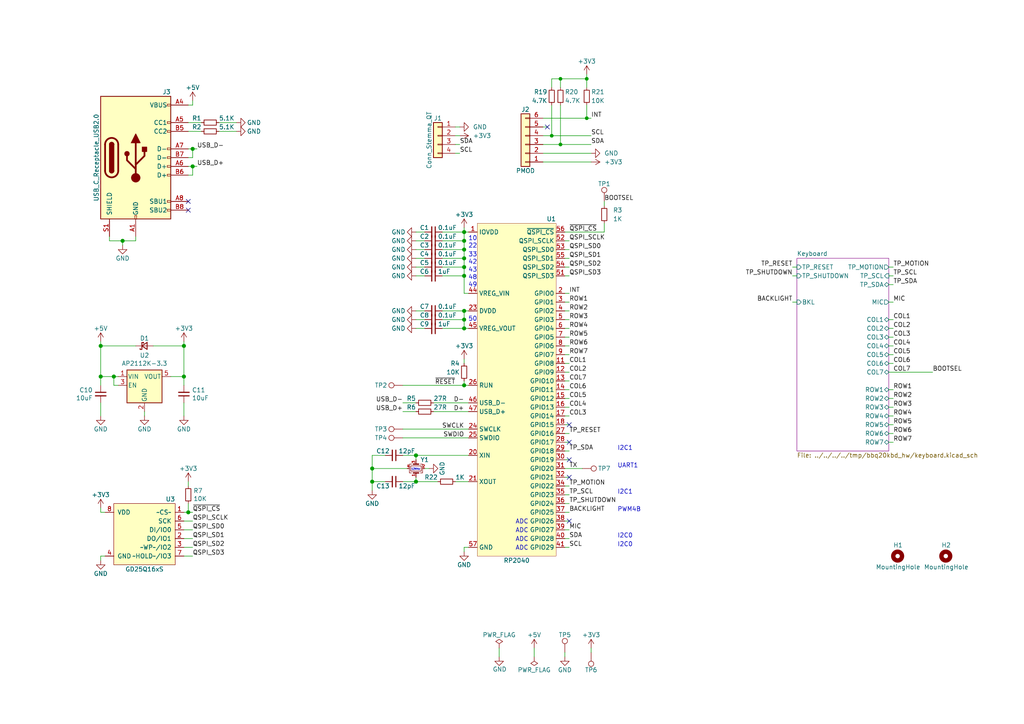
<source format=kicad_sch>
(kicad_sch (version 20230121) (generator eeschema)
  (paper "A4")
  (lib_symbols
    (symbol "Connector:TestPoint" (pin_numbers hide) (pin_names (offset 0.762) hide)
      (property "Reference" "TP" (at 0 6.858 0))
      (property "Value" "TestPoint" (at 0 5.08 0))
      (symbol "TestPoint_0_1"
        (circle (center 0 3.302) (radius 0.762))
      )
      (symbol "TestPoint_1_1"
        (pin passive line (at 0 0 90) (length 2.54) (name "1") (number "1"))
      )
    )
    (symbol "Connector:USB_C_Receptacle_USB2.0" (pin_names (offset 1.016))
      (property "Reference" "J" (at -10.16 19.05 0))
      (property "Value" "USB_C_Receptacle_USB2.0" (at 19.05 19.05 0))
      (symbol "USB_C_Receptacle_USB2.0_0_0"
        (rectangle (start -0.254 -17.78) (end 0.254 -16.764))
        (rectangle (start 10.16 -14.986) (end 9.144 -15.494))
        (rectangle (start 10.16 -12.446) (end 9.144 -12.954))
        (rectangle (start 10.16 -4.826) (end 9.144 -5.334))
        (rectangle (start 10.16 -2.286) (end 9.144 -2.794))
        (rectangle (start 10.16 0.254) (end 9.144 -0.254))
        (rectangle (start 10.16 2.794) (end 9.144 2.286))
        (rectangle (start 10.16 7.874) (end 9.144 7.366))
        (rectangle (start 10.16 10.414) (end 9.144 9.906))
        (rectangle (start 10.16 15.494) (end 9.144 14.986))
      )
      (symbol "USB_C_Receptacle_USB2.0_0_1"
        (rectangle (start -10.16 17.78) (end 10.16 -17.78) (stroke (width 0.254)) (fill (type background)))
        (arc (start -8.89 -3.81) (mid -6.985 -5.7067) (end -5.08 -3.81) (stroke (width 0.508)))
        (arc (start -7.62 -3.81) (mid -6.985 -4.4423) (end -6.35 -3.81) (stroke (width 0.254)))
        (arc (start -7.62 -3.81) (mid -6.985 -4.4423) (end -6.35 -3.81) (stroke (width 0.254)) (fill (type outline)))
        (rectangle (start -7.62 -3.81) (end -6.35 3.81) (stroke (width 0.254)) (fill (type outline)))
        (arc (start -6.35 3.81) (mid -6.985 4.4423) (end -7.62 3.81) (stroke (width 0.254)))
        (arc (start -6.35 3.81) (mid -6.985 4.4423) (end -7.62 3.81) (stroke (width 0.254)) (fill (type outline)))
        (arc (start -5.08 3.81) (mid -6.985 5.7067) (end -8.89 3.81) (stroke (width 0.508)))
        (circle (center -2.54 1.143) (radius 0.635) (stroke (width 0.254)) (fill (type outline)))
        (circle (center 0 -5.842) (radius 1.27) (fill (type outline)))
        (polyline (pts (xy -8.89 -3.81) (xy -8.89 3.81)) (stroke (width 0.508)))
        (polyline (pts (xy -5.08 3.81) (xy -5.08 -3.81)) (stroke (width 0.508)))
        (polyline (pts (xy 0 -5.842) (xy 0 4.318)) (stroke (width 0.508)))
        (polyline (pts (xy 0 -3.302) (xy -2.54 -0.762) (xy -2.54 0.508)) (stroke (width 0.508)))
        (polyline (pts (xy 0 -2.032) (xy 2.54 0.508) (xy 2.54 1.778)) (stroke (width 0.508)))
        (polyline (pts (xy -1.27 4.318) (xy 0 6.858) (xy 1.27 4.318) (xy -1.27 4.318)) (stroke (width 0.254)) (fill (type outline)))
        (rectangle (start 1.905 1.778) (end 3.175 3.048) (stroke (width 0.254)) (fill (type outline)))
      )
      (symbol "USB_C_Receptacle_USB2.0_1_1"
        (pin passive line (at 0 -22.86 90) (length 5.08) (name "GND") (number "A1"))
        (pin passive line (at 0 -22.86 90) (length 5.08) hide (name "GND") (number "A12"))
        (pin passive line (at 15.24 15.24 180) (length 5.08) (name "VBUS") (number "A4"))
        (pin bidirectional line (at 15.24 10.16 180) (length 5.08) (name "CC1") (number "A5"))
        (pin bidirectional line (at 15.24 -2.54 180) (length 5.08) (name "D+") (number "A6"))
        (pin bidirectional line (at 15.24 2.54 180) (length 5.08) (name "D-") (number "A7"))
        (pin bidirectional line (at 15.24 -12.7 180) (length 5.08) (name "SBU1") (number "A8"))
        (pin passive line (at 15.24 15.24 180) (length 5.08) hide (name "VBUS") (number "A9"))
        (pin passive line (at 0 -22.86 90) (length 5.08) hide (name "GND") (number "B1"))
        (pin passive line (at 0 -22.86 90) (length 5.08) hide (name "GND") (number "B12"))
        (pin passive line (at 15.24 15.24 180) (length 5.08) hide (name "VBUS") (number "B4"))
        (pin bidirectional line (at 15.24 7.62 180) (length 5.08) (name "CC2") (number "B5"))
        (pin bidirectional line (at 15.24 -5.08 180) (length 5.08) (name "D+") (number "B6"))
        (pin bidirectional line (at 15.24 0 180) (length 5.08) (name "D-") (number "B7"))
        (pin bidirectional line (at 15.24 -15.24 180) (length 5.08) (name "SBU2") (number "B8"))
        (pin passive line (at 15.24 15.24 180) (length 5.08) hide (name "VBUS") (number "B9"))
        (pin passive line (at -7.62 -22.86 90) (length 5.08) (name "SHIELD") (number "S1"))
      )
    )
    (symbol "Connector_Generic:Conn_01x04" (pin_names (offset 1.016) hide)
      (property "Reference" "J" (at 0 5.08 0))
      (property "Value" "Conn_01x04" (at 0 -7.62 0))
      (symbol "Conn_01x04_1_1"
        (rectangle (start -1.27 -4.953) (end 0 -5.207) (stroke (width 0.1524)))
        (rectangle (start -1.27 -2.413) (end 0 -2.667) (stroke (width 0.1524)))
        (rectangle (start -1.27 0.127) (end 0 -0.127) (stroke (width 0.1524)))
        (rectangle (start -1.27 2.667) (end 0 2.413) (stroke (width 0.1524)))
        (rectangle (start -1.27 3.81) (end 1.27 -6.35) (stroke (width 0.254)) (fill (type background)))
        (pin passive line (at -5.08 2.54 0) (length 3.81) (name "Pin_1") (number "1"))
        (pin passive line (at -5.08 0 0) (length 3.81) (name "Pin_2") (number "2"))
        (pin passive line (at -5.08 -2.54 0) (length 3.81) (name "Pin_3") (number "3"))
        (pin passive line (at -5.08 -5.08 0) (length 3.81) (name "Pin_4") (number "4"))
      )
    )
    (symbol "Connector_Generic:Conn_01x06" (pin_names (offset 1.016) hide)
      (property "Reference" "J" (at 0 7.62 0))
      (property "Value" "Conn_01x06" (at 0 -10.16 0))
      (symbol "Conn_01x06_1_1"
        (rectangle (start -1.27 -7.493) (end 0 -7.747) (stroke (width 0.1524)))
        (rectangle (start -1.27 -4.953) (end 0 -5.207) (stroke (width 0.1524)))
        (rectangle (start -1.27 -2.413) (end 0 -2.667) (stroke (width 0.1524)))
        (rectangle (start -1.27 0.127) (end 0 -0.127) (stroke (width 0.1524)))
        (rectangle (start -1.27 2.667) (end 0 2.413) (stroke (width 0.1524)))
        (rectangle (start -1.27 5.207) (end 0 4.953) (stroke (width 0.1524)))
        (rectangle (start -1.27 6.35) (end 1.27 -8.89) (stroke (width 0.254)) (fill (type background)))
        (pin passive line (at -5.08 5.08 0) (length 3.81) (name "Pin_1") (number "1"))
        (pin passive line (at -5.08 2.54 0) (length 3.81) (name "Pin_2") (number "2"))
        (pin passive line (at -5.08 0 0) (length 3.81) (name "Pin_3") (number "3"))
        (pin passive line (at -5.08 -2.54 0) (length 3.81) (name "Pin_4") (number "4"))
        (pin passive line (at -5.08 -5.08 0) (length 3.81) (name "Pin_5") (number "5"))
        (pin passive line (at -5.08 -7.62 0) (length 3.81) (name "Pin_6") (number "6"))
      )
    )
    (symbol "Device:C_Small" (pin_numbers hide) (pin_names (offset 0.254) hide)
      (property "Reference" "C" (at 0.254 1.778 0))
      (property "Value" "C_Small" (at 0.254 -2.032 0))
      (symbol "C_Small_0_1"
        (polyline (pts (xy -1.524 -0.508) (xy 1.524 -0.508)) (stroke (width 0.3302)))
        (polyline (pts (xy -1.524 0.508) (xy 1.524 0.508)) (stroke (width 0.3048)))
      )
      (symbol "C_Small_1_1"
        (pin passive line (at 0 2.54 270) (length 2.032) (name "~") (number "1"))
        (pin passive line (at 0 -2.54 90) (length 2.032) (name "~") (number "2"))
      )
    )
    (symbol "Device:Crystal_GND24_Small" (pin_names (offset 1.016) hide)
      (property "Reference" "Y" (at 1.27 4.445 0))
      (property "Value" "Crystal_GND24_Small" (at 1.27 2.54 0))
      (symbol "Crystal_GND24_Small_0_1"
        (rectangle (start -0.762 -1.524) (end 0.762 1.524))
        (polyline (pts (xy -1.27 -0.762) (xy -1.27 0.762)) (stroke (width 0.381)))
        (polyline (pts (xy 1.27 -0.762) (xy 1.27 0.762)) (stroke (width 0.381)))
        (polyline (pts (xy -1.27 -1.27) (xy -1.27 -1.905) (xy 1.27 -1.905) (xy 1.27 -1.27)))
        (polyline (pts (xy -1.27 1.27) (xy -1.27 1.905) (xy 1.27 1.905) (xy 1.27 1.27)))
      )
      (symbol "Crystal_GND24_Small_1_1"
        (pin passive line (at -2.54 0 0) (length 1.27) (name "1") (number "1"))
        (pin passive line (at 0 -2.54 90) (length 0.635) (name "2") (number "2"))
        (pin passive line (at 2.54 0 180) (length 1.27) (name "3") (number "3"))
        (pin passive line (at 0 2.54 270) (length 0.635) (name "4") (number "4"))
      )
    )
    (symbol "Device:D_Schottky_Small" (pin_numbers hide) (pin_names (offset 0.254) hide)
      (property "Reference" "D" (at -1.27 2.032 0))
      (property "Value" "D_Schottky_Small" (at -7.112 -2.032 0))
      (symbol "D_Schottky_Small_0_1"
        (polyline (pts (xy -0.762 0) (xy 0.762 0)))
        (polyline (pts (xy 0.762 -1.016) (xy -0.762 0) (xy 0.762 1.016) (xy 0.762 -1.016)) (stroke (width 0.254)))
        (polyline (pts (xy -1.27 0.762) (xy -1.27 1.016) (xy -0.762 1.016) (xy -0.762 -1.016) (xy -0.254 -1.016) (xy -0.254 -0.762)) (stroke (width 0.254)))
      )
      (symbol "D_Schottky_Small_1_1"
        (pin passive line (at -2.54 0 0) (length 1.778) (name "K") (number "1"))
        (pin passive line (at 2.54 0 180) (length 1.778) (name "A") (number "2"))
      )
    )
    (symbol "Device:R_Small" (pin_numbers hide) (pin_names (offset 0.254) hide)
      (property "Reference" "R" (at 0.762 0.508 0))
      (property "Value" "R_Small" (at 0.762 -1.016 0))
      (symbol "R_Small_0_1"
        (rectangle (start -0.762 1.778) (end 0.762 -1.778) (stroke (width 0.2032)))
      )
      (symbol "R_Small_1_1"
        (pin passive line (at 0 2.54 270) (length 0.762) (name "~") (number "1"))
        (pin passive line (at 0 -2.54 90) (length 0.762) (name "~") (number "2"))
      )
    )
    (symbol "MCU_RaspberryPi:RP2040"
      (property "Reference" "U" (at 11.43 1.27 0))
      (property "Value" "RP2040" (at 0 -97.79 0))
      (symbol "RP2040_0_0"
        (pin power_in line (at -13.97 -2.54 0) (length 2.54) (name "IOVDD") (number "1"))
        (pin passive line (at -13.97 -2.54 0) (length 2.54) hide (name "IOVDD") (number "10"))
        (pin bidirectional line (at 13.97 -40.64 180) (length 2.54) (name "GPIO8") (number "11"))
        (pin bidirectional line (at 13.97 -20.32 180) (length 2.54) (name "GPIO0") (number "2"))
        (pin bidirectional line (at 13.97 -22.86 180) (length 2.54) (name "GPIO1") (number "3"))
        (pin bidirectional line (at 13.97 -25.4 180) (length 2.54) (name "GPIO2") (number "4"))
        (pin bidirectional line (at 13.97 -27.94 180) (length 2.54) (name "GPIO3") (number "5"))
        (pin bidirectional line (at 13.97 -30.48 180) (length 2.54) (name "GPIO4") (number "6"))
        (pin bidirectional line (at 13.97 -33.02 180) (length 2.54) (name "GPIO5") (number "7"))
        (pin bidirectional line (at 13.97 -35.56 180) (length 2.54) (name "GPIO6") (number "8"))
        (pin bidirectional line (at 13.97 -38.1 180) (length 2.54) (name "GPIO7") (number "9"))
      )
      (symbol "RP2040_0_1"
        (rectangle (start -11.43 0) (end 11.43 -96.52) (stroke (width 0.001)) (fill (type background)))
      )
      (symbol "RP2040_1_1"
        (pin bidirectional line (at 13.97 -43.18 180) (length 2.54) (name "GPIO9") (number "12"))
        (pin bidirectional line (at 13.97 -45.72 180) (length 2.54) (name "GPIO10") (number "13"))
        (pin bidirectional line (at 13.97 -48.26 180) (length 2.54) (name "GPIO11") (number "14"))
        (pin bidirectional line (at 13.97 -50.8 180) (length 2.54) (name "GPIO12") (number "15"))
        (pin bidirectional line (at 13.97 -53.34 180) (length 2.54) (name "GPIO13") (number "16"))
        (pin bidirectional line (at 13.97 -55.88 180) (length 2.54) (name "GPIO14") (number "17"))
        (pin bidirectional line (at 13.97 -58.42 180) (length 2.54) (name "GPIO15") (number "18"))
        (pin passive line (at -13.97 -93.98 0) (length 2.54) hide (name "TESTEN") (number "19"))
        (pin input line (at -13.97 -67.31 0) (length 2.54) (name "XIN") (number "20"))
        (pin output line (at -13.97 -74.93 0) (length 2.54) (name "XOUT") (number "21"))
        (pin passive line (at -13.97 -2.54 0) (length 2.54) hide (name "IOVDD") (number "22"))
        (pin power_in line (at -13.97 -25.4 0) (length 2.54) (name "DVDD") (number "23"))
        (pin input line (at -13.97 -59.69 0) (length 2.54) (name "SWCLK") (number "24"))
        (pin bidirectional line (at -13.97 -62.23 0) (length 2.54) (name "SWDIO") (number "25"))
        (pin input line (at -13.97 -46.99 0) (length 2.54) (name "RUN") (number "26"))
        (pin bidirectional line (at 13.97 -60.96 180) (length 2.54) (name "GPIO16") (number "27"))
        (pin bidirectional line (at 13.97 -63.5 180) (length 2.54) (name "GPIO17") (number "28"))
        (pin bidirectional line (at 13.97 -66.04 180) (length 2.54) (name "GPIO18") (number "29"))
        (pin bidirectional line (at 13.97 -68.58 180) (length 2.54) (name "GPIO19") (number "30"))
        (pin bidirectional line (at 13.97 -71.12 180) (length 2.54) (name "GPIO20") (number "31"))
        (pin bidirectional line (at 13.97 -73.66 180) (length 2.54) (name "GPIO21") (number "32"))
        (pin passive line (at -13.97 -2.54 0) (length 2.54) hide (name "IOVDD") (number "33"))
        (pin bidirectional line (at 13.97 -76.2 180) (length 2.54) (name "GPIO22") (number "34"))
        (pin bidirectional line (at 13.97 -78.74 180) (length 2.54) (name "GPIO23") (number "35"))
        (pin bidirectional line (at 13.97 -81.28 180) (length 2.54) (name "GPIO24") (number "36"))
        (pin bidirectional line (at 13.97 -83.82 180) (length 2.54) (name "GPIO25") (number "37"))
        (pin bidirectional line (at 13.97 -86.36 180) (length 2.54) (name "GPIO26") (number "38"))
        (pin bidirectional line (at 13.97 -88.9 180) (length 2.54) (name "GPIO27") (number "39"))
        (pin bidirectional line (at 13.97 -91.44 180) (length 2.54) (name "GPIO28") (number "40"))
        (pin bidirectional line (at 13.97 -93.98 180) (length 2.54) (name "GPIO29") (number "41"))
        (pin passive line (at -13.97 -2.54 0) (length 2.54) hide (name "IOVDD") (number "42"))
        (pin passive line (at -13.97 -2.54 0) (length 2.54) hide (name "ADC_AVDD") (number "43"))
        (pin power_in line (at -13.97 -20.32 0) (length 2.54) (name "VREG_VIN") (number "44"))
        (pin power_out line (at -13.97 -30.48 0) (length 2.54) (name "VREG_VOUT") (number "45"))
        (pin bidirectional line (at -13.97 -52.07 0) (length 2.54) (name "USB_D-") (number "46"))
        (pin bidirectional line (at -13.97 -54.61 0) (length 2.54) (name "USB_D+") (number "47"))
        (pin passive line (at -13.97 -2.54 0) (length 2.54) hide (name "USB_VDD") (number "48"))
        (pin passive line (at -13.97 -2.54 0) (length 2.54) hide (name "IOVDD") (number "49"))
        (pin passive line (at -13.97 -25.4 0) (length 2.54) hide (name "DVDD") (number "50"))
        (pin bidirectional line (at 13.97 -15.24 180) (length 2.54) (name "QSPI_SD3") (number "51"))
        (pin output line (at 13.97 -5.08 180) (length 2.54) (name "QSPI_SCLK") (number "52"))
        (pin bidirectional line (at 13.97 -7.62 180) (length 2.54) (name "QSPI_SD0") (number "53"))
        (pin bidirectional line (at 13.97 -12.7 180) (length 2.54) (name "QSPI_SD2") (number "54"))
        (pin bidirectional line (at 13.97 -10.16 180) (length 2.54) (name "QSPI_SD1") (number "55"))
        (pin input line (at 13.97 -2.54 180) (length 2.54) (name "~{QSPI_CS}") (number "56"))
        (pin power_in line (at -13.97 -93.98 0) (length 2.54) (name "GND") (number "57"))
      )
    )
    (symbol "Mechanical:MountingHole" (pin_names (offset 1.016))
      (property "Reference" "H" (at 0 5.08 0))
      (property "Value" "MountingHole" (at 0 3.175 0))
      (symbol "MountingHole_0_1"
        (circle (center 0 0) (radius 1.27) (stroke (width 1.27)))
      )
    )
    (symbol "Memory_Flash_Extra:W25Q64JV" (pin_names (offset 1.016))
      (property "Reference" "U" (at 8.89 10.16 0))
      (property "Value" "W25Q64JV" (at 0 -10.16 0))
      (symbol "W25Q64JV_0_1"
        (rectangle (start -8.89 8.89) (end 8.89 -8.89) (fill (type background)))
      )
      (symbol "W25Q64JV_1_1"
        (pin input line (at 11.43 6.35 180) (length 2.54) (name "~CS~") (number "1"))
        (pin bidirectional line (at 11.43 -1.27 180) (length 2.54) (name "DO/IO1") (number "2"))
        (pin bidirectional line (at 11.43 -3.81 180) (length 2.54) (name "~WP~/IO2") (number "3"))
        (pin power_in line (at -11.43 -6.35 0) (length 2.54) (name "GND") (number "4"))
        (pin bidirectional line (at 11.43 1.27 180) (length 2.54) (name "DI/IO0") (number "5"))
        (pin input line (at 11.43 3.81 180) (length 2.54) (name "SCK") (number "6"))
        (pin bidirectional line (at 11.43 -6.35 180) (length 2.54) (name "~HOLD~/IO3") (number "7"))
        (pin power_in line (at -11.43 6.35 0) (length 2.54) (name "VDD") (number "8"))
        (pin passive line (at -11.43 -6.35 0) (length 2.54) hide (name "GND") (number "9"))
      )
    )
    (symbol "Regulator_Linear:AP2112K-3.3" (pin_names (offset 0.254))
      (property "Reference" "U" (at -5.08 5.715 0))
      (property "Value" "AP2112K-3.3" (at 0 5.715 0))
      (symbol "AP2112K-3.3_0_1"
        (rectangle (start -5.08 4.445) (end 5.08 -5.08) (stroke (width 0.254)) (fill (type background)))
      )
      (symbol "AP2112K-3.3_1_1"
        (pin power_in line (at -7.62 2.54 0) (length 2.54) (name "VIN") (number "1"))
        (pin power_in line (at 0 -7.62 90) (length 2.54) (name "GND") (number "2"))
        (pin input line (at -7.62 0 0) (length 2.54) (name "EN") (number "3"))
        (pin no_connect line (at 5.08 0 180) (length 2.54) hide (name "NC") (number "4"))
        (pin power_out line (at 7.62 2.54 180) (length 2.54) (name "VOUT") (number "5"))
      )
    )
    (symbol "power:+3.3V" (power) (pin_names (offset 0))
      (property "Value" "+3.3V" (at 0 3.556 0))
      (symbol "+3.3V_0_1"
        (polyline (pts (xy -0.762 1.27) (xy 0 2.54)))
        (polyline (pts (xy 0 0) (xy 0 2.54)))
        (polyline (pts (xy 0 2.54) (xy 0.762 1.27)))
      )
      (symbol "+3.3V_1_1"
        (pin power_in line (at 0 0 90) (length 0) hide (name "+3V3") (number "1"))
      )
    )
    (symbol "power:+3V3" (power) (pin_names (offset 0))
      (property "Value" "+3V3" (at 0 3.556 0))
      (symbol "+3V3_0_1"
        (polyline (pts (xy -0.762 1.27) (xy 0 2.54)))
        (polyline (pts (xy 0 0) (xy 0 2.54)))
        (polyline (pts (xy 0 2.54) (xy 0.762 1.27)))
      )
      (symbol "+3V3_1_1"
        (pin power_in line (at 0 0 90) (length 0) hide (name "+3V3") (number "1"))
      )
    )
    (symbol "power:+5V" (power) (pin_names (offset 0))
      (property "Value" "+5V" (at 0 3.556 0))
      (symbol "+5V_0_1"
        (polyline (pts (xy -0.762 1.27) (xy 0 2.54)))
        (polyline (pts (xy 0 0) (xy 0 2.54)))
        (polyline (pts (xy 0 2.54) (xy 0.762 1.27)))
      )
      (symbol "+5V_1_1"
        (pin power_in line (at 0 0 90) (length 0) hide (name "+5V") (number "1"))
      )
    )
    (symbol "power:GND" (power) (pin_names (offset 0))
      (property "Value" "GND" (at 0 -3.81 0))
      (symbol "GND_0_1"
        (polyline (pts (xy 0 0) (xy 0 -1.27) (xy 1.27 -1.27) (xy 0 -2.54) (xy -1.27 -1.27) (xy 0 -1.27)))
      )
      (symbol "GND_1_1"
        (pin power_in line (at 0 0 270) (length 0) hide (name "GND") (number "1"))
      )
    )
    (symbol "power:PWR_FLAG" (power) (pin_numbers hide) (pin_names (offset 0) hide)
      (property "Value" "PWR_FLAG" (at 0 3.81 0))
      (symbol "PWR_FLAG_0_0"
        (pin power_out line (at 0 0 90) (length 0) (name "pwr") (number "1"))
      )
      (symbol "PWR_FLAG_0_1"
        (polyline (pts (xy 0 0) (xy 0 1.27) (xy -1.016 1.905) (xy 0 2.54) (xy 1.016 1.905) (xy 0 1.27)))
      )
    )
  )
  (junction (at 107.95 139.7) (diameter 1.016))
  (junction (at 134.62 77.47) (diameter 1.016))
  (junction (at 33.02 109.22) (diameter 1.016))
  (junction (at 35.56 69.85) (diameter 1.016))
  (junction (at 170.18 22.86))
  (junction (at 29.21 100.33) (diameter 1.016))
  (junction (at 134.62 80.01) (diameter 1.016))
  (junction (at 134.62 72.39) (diameter 1.016))
  (junction (at 55.88 43.18) (diameter 1.016))
  (junction (at 134.62 67.31) (diameter 1.016))
  (junction (at 134.62 69.85) (diameter 1.016))
  (junction (at 107.95 135.89) (diameter 1.016))
  (junction (at 53.34 109.22) (diameter 1.016))
  (junction (at 54.61 148.59) (diameter 1.016))
  (junction (at 170.18 34.29))
  (junction (at 120.65 132.08) (diameter 1.016))
  (junction (at 134.62 111.76) (diameter 1.016))
  (junction (at 134.62 74.93) (diameter 1.016))
  (junction (at 134.62 95.25) (diameter 1.016))
  (junction (at 162.56 41.91))
  (junction (at 53.34 100.33) (diameter 1.016))
  (junction (at 120.65 139.7) (diameter 1.016))
  (junction (at 55.88 48.26) (diameter 1.016))
  (junction (at 134.62 90.17) (diameter 1.016))
  (junction (at 29.21 109.22) (diameter 1.016))
  (junction (at 160.02 39.37))
  (junction (at 162.56 22.86))
  (junction (at 134.62 92.71) (diameter 1.016))
  (no_connect (at 165.1 128.27))
  (no_connect (at 165.1 133.35))
  (no_connect (at 165.1 138.43))
  (no_connect (at 54.61 60.96))
  (no_connect (at 158.75 36.83))
  (no_connect (at 165.1 123.19))
  (no_connect (at 54.61 58.42))
  (no_connect (at 165.1 151.13))
  (wire (pts (xy 163.83 153.67) (xy 165.1 153.67)))
  (wire (pts (xy 134.62 111.76) (xy 135.89 111.76)))
  (wire (pts (xy 53.34 158.75) (xy 55.88 158.75)))
  (wire (pts (xy 175.26 58.42) (xy 175.26 59.69)))
  (wire (pts (xy 128.27 90.17) (xy 134.62 90.17)))
  (wire (pts (xy 134.62 95.25) (xy 134.62 92.71)))
  (wire (pts (xy 120.65 74.93) (xy 123.19 74.93)))
  (wire (pts (xy 257.81 100.33) (xy 259.08 100.33)))
  (wire (pts (xy 163.83 97.79) (xy 165.1 97.79)))
  (wire (pts (xy 163.83 143.51) (xy 165.1 143.51)))
  (wire (pts (xy 116.84 124.46) (xy 135.89 124.46)))
  (wire (pts (xy 257.81 123.19) (xy 259.08 123.19)))
  (wire (pts (xy 134.62 80.01) (xy 134.62 85.09)))
  (wire (pts (xy 53.34 148.59) (xy 54.61 148.59)))
  (wire (pts (xy 29.21 109.22) (xy 33.02 109.22)))
  (wire (pts (xy 163.83 138.43) (xy 165.1 138.43)))
  (wire (pts (xy 123.19 135.89) (xy 124.46 135.89)))
  (wire (pts (xy 163.83 133.35) (xy 165.1 133.35)))
  (wire (pts (xy 163.83 90.17) (xy 165.1 90.17)))
  (wire (pts (xy 39.37 68.58) (xy 39.37 69.85)))
  (wire (pts (xy 170.18 30.48) (xy 170.18 34.29)))
  (wire (pts (xy 163.83 156.21) (xy 165.1 156.21)))
  (wire (pts (xy 163.83 151.13) (xy 165.1 151.13)))
  (wire (pts (xy 257.81 80.01) (xy 259.08 80.01)))
  (wire (pts (xy 163.83 130.81) (xy 165.1 130.81)))
  (wire (pts (xy 118.11 135.89) (xy 107.95 135.89)))
  (wire (pts (xy 120.65 139.7) (xy 127 139.7)))
  (wire (pts (xy 35.56 69.85) (xy 31.75 69.85)))
  (wire (pts (xy 134.62 104.14) (xy 134.62 105.41)))
  (wire (pts (xy 257.81 125.73) (xy 259.08 125.73)))
  (wire (pts (xy 53.34 116.84) (xy 53.34 120.65)))
  (wire (pts (xy 157.48 41.91) (xy 162.56 41.91)))
  (wire (pts (xy 162.56 41.91) (xy 171.45 41.91)))
  (wire (pts (xy 134.62 67.31) (xy 135.89 67.31)))
  (wire (pts (xy 229.87 80.01) (xy 231.14 80.01)))
  (wire (pts (xy 128.27 67.31) (xy 134.62 67.31)))
  (wire (pts (xy 120.65 80.01) (xy 123.19 80.01)))
  (wire (pts (xy 163.83 189.23) (xy 163.83 190.5)))
  (wire (pts (xy 162.56 22.86) (xy 170.18 22.86)))
  (wire (pts (xy 54.61 48.26) (xy 55.88 48.26)))
  (wire (pts (xy 134.62 158.75) (xy 134.62 160.02)))
  (wire (pts (xy 55.88 148.59) (xy 54.61 148.59)))
  (wire (pts (xy 165.1 72.39) (xy 163.83 72.39)))
  (wire (pts (xy 31.75 69.85) (xy 31.75 68.58)))
  (wire (pts (xy 163.83 140.97) (xy 165.1 140.97)))
  (wire (pts (xy 163.83 128.27) (xy 165.1 128.27)))
  (wire (pts (xy 171.45 187.96) (xy 171.45 189.23)))
  (wire (pts (xy 120.65 95.25) (xy 123.19 95.25)))
  (wire (pts (xy 54.61 30.48) (xy 55.88 30.48)))
  (wire (pts (xy 257.81 113.03) (xy 259.08 113.03)))
  (wire (pts (xy 135.89 158.75) (xy 134.62 158.75)))
  (wire (pts (xy 229.87 77.47) (xy 231.14 77.47)))
  (wire (pts (xy 257.81 87.63) (xy 259.08 87.63)))
  (wire (pts (xy 134.62 77.47) (xy 134.62 80.01)))
  (wire (pts (xy 128.27 95.25) (xy 134.62 95.25)))
  (wire (pts (xy 163.83 110.49) (xy 165.1 110.49)))
  (wire (pts (xy 165.1 69.85) (xy 163.83 69.85)))
  (wire (pts (xy 63.5 38.1) (xy 68.58 38.1)))
  (wire (pts (xy 165.1 80.01) (xy 163.83 80.01)))
  (wire (pts (xy 54.61 139.7) (xy 54.61 140.97)))
  (wire (pts (xy 257.81 115.57) (xy 259.08 115.57)))
  (wire (pts (xy 55.88 48.26) (xy 57.15 48.26)))
  (wire (pts (xy 162.56 30.48) (xy 162.56 41.91)))
  (wire (pts (xy 44.45 100.33) (xy 53.34 100.33)))
  (wire (pts (xy 163.83 135.89) (xy 168.91 135.89)))
  (wire (pts (xy 163.83 115.57) (xy 165.1 115.57)))
  (wire (pts (xy 120.65 92.71) (xy 123.19 92.71)))
  (wire (pts (xy 134.62 90.17) (xy 135.89 90.17)))
  (wire (pts (xy 120.65 72.39) (xy 123.19 72.39)))
  (wire (pts (xy 34.29 111.76) (xy 33.02 111.76)))
  (wire (pts (xy 163.83 146.05) (xy 165.1 146.05)))
  (wire (pts (xy 257.81 82.55) (xy 259.08 82.55)))
  (wire (pts (xy 116.84 127) (xy 135.89 127)))
  (wire (pts (xy 157.48 34.29) (xy 170.18 34.29)))
  (wire (pts (xy 170.18 34.29) (xy 171.45 34.29)))
  (wire (pts (xy 170.18 21.59) (xy 170.18 22.86)))
  (wire (pts (xy 170.18 22.86) (xy 170.18 25.4)))
  (wire (pts (xy 29.21 100.33) (xy 29.21 109.22)))
  (wire (pts (xy 120.65 77.47) (xy 123.19 77.47)))
  (wire (pts (xy 257.81 95.25) (xy 259.08 95.25)))
  (wire (pts (xy 120.65 67.31) (xy 123.19 67.31)))
  (wire (pts (xy 53.34 109.22) (xy 53.34 111.76)))
  (wire (pts (xy 55.88 30.48) (xy 55.88 29.21)))
  (wire (pts (xy 163.83 125.73) (xy 165.1 125.73)))
  (wire (pts (xy 120.65 132.08) (xy 135.89 132.08)))
  (wire (pts (xy 128.27 74.93) (xy 134.62 74.93)))
  (wire (pts (xy 120.65 69.85) (xy 123.19 69.85)))
  (wire (pts (xy 107.95 132.08) (xy 107.95 135.89)))
  (wire (pts (xy 55.88 50.8) (xy 55.88 48.26)))
  (wire (pts (xy 53.34 151.13) (xy 55.88 151.13)))
  (wire (pts (xy 128.27 69.85) (xy 134.62 69.85)))
  (wire (pts (xy 125.73 116.84) (xy 135.89 116.84)))
  (wire (pts (xy 135.89 85.09) (xy 134.62 85.09)))
  (wire (pts (xy 257.81 77.47) (xy 259.08 77.47)))
  (wire (pts (xy 30.48 148.59) (xy 29.21 148.59)))
  (wire (pts (xy 163.83 102.87) (xy 165.1 102.87)))
  (wire (pts (xy 116.84 119.38) (xy 120.65 119.38)))
  (wire (pts (xy 53.34 99.06) (xy 53.34 100.33)))
  (wire (pts (xy 53.34 100.33) (xy 53.34 109.22)))
  (wire (pts (xy 132.08 139.7) (xy 135.89 139.7)))
  (wire (pts (xy 29.21 100.33) (xy 29.21 99.06)))
  (wire (pts (xy 39.37 100.33) (xy 29.21 100.33)))
  (wire (pts (xy 29.21 109.22) (xy 29.21 111.76)))
  (wire (pts (xy 128.27 72.39) (xy 134.62 72.39)))
  (wire (pts (xy 165.1 77.47) (xy 163.83 77.47)))
  (wire (pts (xy 157.48 39.37) (xy 160.02 39.37)))
  (wire (pts (xy 160.02 39.37) (xy 171.45 39.37)))
  (wire (pts (xy 257.81 118.11) (xy 259.08 118.11)))
  (wire (pts (xy 134.62 66.04) (xy 134.62 67.31)))
  (wire (pts (xy 257.81 92.71) (xy 259.08 92.71)))
  (wire (pts (xy 116.84 139.7) (xy 120.65 139.7)))
  (wire (pts (xy 54.61 148.59) (xy 54.61 146.05)))
  (wire (pts (xy 163.83 118.11) (xy 165.1 118.11)))
  (wire (pts (xy 128.27 92.71) (xy 134.62 92.71)))
  (wire (pts (xy 163.83 87.63) (xy 165.1 87.63)))
  (wire (pts (xy 144.78 187.96) (xy 144.78 190.5)))
  (wire (pts (xy 120.65 90.17) (xy 123.19 90.17)))
  (wire (pts (xy 163.83 148.59) (xy 165.1 148.59)))
  (wire (pts (xy 132.08 36.83) (xy 133.35 36.83)))
  (wire (pts (xy 157.48 36.83) (xy 158.75 36.83)))
  (wire (pts (xy 134.62 95.25) (xy 135.89 95.25)))
  (wire (pts (xy 54.61 50.8) (xy 55.88 50.8)))
  (wire (pts (xy 165.1 123.19) (xy 163.83 123.19)))
  (wire (pts (xy 163.83 85.09) (xy 165.1 85.09)))
  (wire (pts (xy 107.95 139.7) (xy 107.95 142.24)))
  (wire (pts (xy 120.65 132.08) (xy 120.65 133.35)))
  (wire (pts (xy 53.34 156.21) (xy 55.88 156.21)))
  (wire (pts (xy 29.21 116.84) (xy 29.21 120.65)))
  (wire (pts (xy 163.83 113.03) (xy 165.1 113.03)))
  (wire (pts (xy 116.84 111.76) (xy 134.62 111.76)))
  (wire (pts (xy 49.53 109.22) (xy 53.34 109.22)))
  (wire (pts (xy 55.88 45.72) (xy 55.88 43.18)))
  (wire (pts (xy 163.83 95.25) (xy 165.1 95.25)))
  (wire (pts (xy 29.21 161.29) (xy 29.21 162.56)))
  (wire (pts (xy 39.37 69.85) (xy 35.56 69.85)))
  (wire (pts (xy 163.83 100.33) (xy 165.1 100.33)))
  (wire (pts (xy 120.65 138.43) (xy 120.65 139.7)))
  (wire (pts (xy 54.61 35.56) (xy 58.42 35.56)))
  (wire (pts (xy 132.08 39.37) (xy 133.35 39.37)))
  (wire (pts (xy 157.48 46.99) (xy 171.45 46.99)))
  (wire (pts (xy 116.84 116.84) (xy 120.65 116.84)))
  (wire (pts (xy 57.15 43.18) (xy 55.88 43.18)))
  (wire (pts (xy 163.83 158.75) (xy 165.1 158.75)))
  (wire (pts (xy 35.56 69.85) (xy 35.56 71.12)))
  (wire (pts (xy 134.62 67.31) (xy 134.62 69.85)))
  (wire (pts (xy 134.62 72.39) (xy 134.62 74.93)))
  (wire (pts (xy 134.62 92.71) (xy 134.62 90.17)))
  (wire (pts (xy 125.73 119.38) (xy 135.89 119.38)))
  (wire (pts (xy 229.87 87.63) (xy 231.14 87.63)))
  (wire (pts (xy 257.81 107.95) (xy 270.51 107.95)))
  (wire (pts (xy 54.61 45.72) (xy 55.88 45.72)))
  (wire (pts (xy 154.94 187.96) (xy 154.94 190.5)))
  (wire (pts (xy 33.02 111.76) (xy 33.02 109.22)))
  (wire (pts (xy 63.5 35.56) (xy 68.58 35.56)))
  (wire (pts (xy 107.95 139.7) (xy 111.76 139.7)))
  (wire (pts (xy 163.83 107.95) (xy 165.1 107.95)))
  (wire (pts (xy 132.08 44.45) (xy 133.35 44.45)))
  (wire (pts (xy 257.81 120.65) (xy 259.08 120.65)))
  (wire (pts (xy 160.02 22.86) (xy 162.56 22.86)))
  (wire (pts (xy 160.02 25.4) (xy 160.02 22.86)))
  (wire (pts (xy 162.56 22.86) (xy 162.56 25.4)))
  (wire (pts (xy 30.48 161.29) (xy 29.21 161.29)))
  (wire (pts (xy 132.08 41.91) (xy 133.35 41.91)))
  (wire (pts (xy 53.34 153.67) (xy 55.88 153.67)))
  (wire (pts (xy 53.34 161.29) (xy 55.88 161.29)))
  (wire (pts (xy 128.27 77.47) (xy 134.62 77.47)))
  (wire (pts (xy 41.91 119.38) (xy 41.91 120.65)))
  (wire (pts (xy 160.02 30.48) (xy 160.02 39.37)))
  (wire (pts (xy 54.61 43.18) (xy 55.88 43.18)))
  (wire (pts (xy 134.62 74.93) (xy 134.62 77.47)))
  (wire (pts (xy 163.83 120.65) (xy 165.1 120.65)))
  (wire (pts (xy 134.62 69.85) (xy 134.62 72.39)))
  (wire (pts (xy 54.61 38.1) (xy 58.42 38.1)))
  (wire (pts (xy 34.29 109.22) (xy 33.02 109.22)))
  (wire (pts (xy 257.81 128.27) (xy 259.08 128.27)))
  (wire (pts (xy 107.95 132.08) (xy 111.76 132.08)))
  (wire (pts (xy 107.95 135.89) (xy 107.95 139.7)))
  (wire (pts (xy 134.62 111.76) (xy 134.62 110.49)))
  (wire (pts (xy 128.27 80.01) (xy 134.62 80.01)))
  (wire (pts (xy 175.26 67.31) (xy 175.26 64.77)))
  (wire (pts (xy 165.1 74.93) (xy 163.83 74.93)))
  (wire (pts (xy 257.81 105.41) (xy 259.08 105.41)))
  (wire (pts (xy 157.48 44.45) (xy 171.45 44.45)))
  (wire (pts (xy 163.83 92.71) (xy 165.1 92.71)))
  (wire (pts (xy 163.83 105.41) (xy 165.1 105.41)))
  (wire (pts (xy 163.83 67.31) (xy 175.26 67.31)))
  (wire (pts (xy 257.81 102.87) (xy 259.08 102.87)))
  (wire (pts (xy 29.21 148.59) (xy 29.21 147.32)))
  (wire (pts (xy 257.81 97.79) (xy 259.08 97.79)))
  (wire (pts (xy 116.84 132.08) (xy 120.65 132.08)))
  (text "42" (at 138.43 76.835 0) (effects (font (size 1.27 1.27)) (justify right bottom)))
  (text "I2C0\n" (at 179.07 158.75 0) (effects (font (size 1.27 1.27)) (justify left bottom)))
  (text "33" (at 138.43 74.676 0) (effects (font (size 1.27 1.27)) (justify right bottom)))
  (text "I2C1\n" (at 179.07 143.51 0) (effects (font (size 1.27 1.27)) (justify left bottom)))
  (text "43" (at 138.43 79.121 0) (effects (font (size 1.27 1.27)) (justify right bottom)))
  (text "50" (at 138.43 93.345 0) (effects (font (size 1.27 1.27)) (justify right bottom)))
  (text "I2C0\n" (at 179.07 156.21 0) (effects (font (size 1.27 1.27)) (justify left bottom)))
  (text "PWM4B" (at 179.07 148.59 0) (effects (font (size 1.27 1.27)) (justify left bottom)))
  (text "22" (at 138.43 72.136 0) (effects (font (size 1.27 1.27)) (justify right bottom)))
  (text "48" (at 138.43 81.28 0) (effects (font (size 1.27 1.27)) (justify right bottom)))
  (text "49" (at 138.43 83.439 0) (effects (font (size 1.27 1.27)) (justify right bottom)))
  (text "UART1" (at 179.07 135.89 0) (effects (font (size 1.27 1.27)) (justify left bottom)))
  (text "ADC" (at 149.479 154.686 0) (effects (font (size 1.27 1.27)) (justify left bottom)))
  (text "10" (at 138.43 69.977 0) (effects (font (size 1.27 1.27)) (justify right bottom)))
  (text "12MHz" (at 121.92 136.525 0) (effects (font (size 0.508 0.508)) (justify right bottom)))
  (text "ADC" (at 149.479 159.766 0) (effects (font (size 1.27 1.27)) (justify left bottom)))
  (text "ADC" (at 149.479 152.146 0) (effects (font (size 1.27 1.27)) (justify left bottom)))
  (text "I2C1\n" (at 179.07 130.81 0) (effects (font (size 1.27 1.27)) (justify left bottom)))
  (text "ADC" (at 149.479 157.226 0) (effects (font (size 1.27 1.27)) (justify left bottom)))
  (label "USB_D-" (at 57.15 43.18 0))
  (label "D+" (at 134.62 119.38 180))
  (label "QSPI_SD2" (at 165.1 77.47 0))
  (label "MIC" (at 165.1 153.67 0))
  (label "COL3" (at 165.1 120.65 0))
  (label "COL4" (at 165.1 118.11 0))
  (label "ROW5" (at 259.08 123.19 0))
  (label "QSPI_SCLK" (at 165.1 69.85 0))
  (label "COL5" (at 165.1 115.57 0))
  (label "COL2" (at 165.1 107.95 0))
  (label "USB_D-" (at 116.84 116.84 180))
  (label "SCL" (at 133.35 44.45 0))
  (label "COL2" (at 259.08 95.25 0))
  (label "QSPI_SD3" (at 165.1 80.01 0))
  (label "QSPI_SD1" (at 55.88 156.21 0))
  (label "TP_MOTION" (at 165.1 140.97 0))
  (label "QSPI_SD0" (at 55.88 153.67 0))
  (label "ROW2" (at 165.1 90.17 0))
  (label "QSPI_SD2" (at 55.88 158.75 0))
  (label "ROW3" (at 165.1 92.71 0))
  (label "SDA" (at 171.45 41.91 0))
  (label "ROW4" (at 259.08 120.65 0))
  (label "ROW7" (at 165.1 102.87 0))
  (label "ROW1" (at 165.1 87.63 0))
  (label "INT" (at 165.1 85.09 0))
  (label "ROW5" (at 165.1 97.79 0))
  (label "USB_D+" (at 57.15 48.26 0))
  (label "SWDIO" (at 134.62 127 180))
  (label "ROW3" (at 259.08 118.11 0))
  (label "BOOTSEL" (at 175.26 58.42 0))
  (label "BACKLIGHT" (at 229.87 87.63 180))
  (label "COL6" (at 259.08 105.41 0))
  (label "SWCLK" (at 134.62 124.46 180))
  (label "TP_MOTION" (at 259.08 77.47 0))
  (label "SDA" (at 133.35 41.91 0))
  (label "COL5" (at 259.08 102.87 0))
  (label "COL1" (at 259.08 92.71 0))
  (label "ROW7" (at 259.08 128.27 0))
  (label "QSPI_SD0" (at 165.1 72.39 0))
  (label "QSPI_SD1" (at 165.1 74.93 0))
  (label "COL1" (at 165.1 105.41 0))
  (label "COL7" (at 259.08 107.95 0))
  (label "ROW2" (at 259.08 115.57 0))
  (label "BACKLIGHT" (at 165.1 148.59 0))
  (label "~{QSPI_CS}" (at 55.88 148.59 0))
  (label "SCL" (at 165.1 158.75 0))
  (label "ROW1" (at 259.08 113.03 0))
  (label "TP_SCL" (at 259.08 80.01 0))
  (label "SDA" (at 165.1 156.21 0))
  (label "TP_SHUTDOWN" (at 165.1 146.05 0))
  (label "COL7" (at 165.1 110.49 0))
  (label "TP_SHUTDOWN" (at 229.87 80.01 180))
  (label "TP_RESET" (at 229.87 77.47 180))
  (label "QSPI_SD3" (at 55.88 161.29 0))
  (label "TP_SDA" (at 259.08 82.55 0))
  (label "COL6" (at 165.1 113.03 0))
  (label "ROW6" (at 165.1 100.33 0))
  (label "D-" (at 134.62 116.84 180))
  (label "TX" (at 165.1 135.89 0))
  (label "USB_D+" (at 116.84 119.38 180))
  (label "TP_SCL" (at 165.1 143.51 0))
  (label "QSPI_SCLK" (at 55.88 151.13 0))
  (label "ROW6" (at 259.08 125.73 0))
  (label "INT" (at 171.45 34.29 0))
  (label "TP_SDA" (at 165.1 130.81 0))
  (label "SCL" (at 171.45 39.37 0))
  (label "~{QSPI_CS}" (at 165.1 67.31 0))
  (label "COL4" (at 259.08 100.33 0))
  (label "COL3" (at 259.08 97.79 0))
  (label "ROW4" (at 165.1 95.25 0))
  (label "BOOTSEL" (at 270.51 107.95 0))
  (label "MIC" (at 259.08 87.63 0))
  (label "~{RESET}" (at 132.08 111.76 180))
  (label "TP_RESET" (at 165.1 125.73 0))
  (symbol (lib_id "Device:R_Small") (at 123.19 119.38 270) (unit 1)
    (property "Reference" "R6" (at 120.65 118.11 90) (effects (justify right)))
    (property "Value" "27R" (at 125.73 118.11 90) (effects (justify left)))
    (property "Footprint" "Resistor_SMD:R_0603_1608Metric" (effects hide))
  )
  (symbol (lib_id "Device:Crystal_GND24_Small") (at 120.65 135.89 90) (unit 1)
    (property "Reference" "Y1" (at 121.92 133.35 90) (effects (justify right)))
    (property "Value" "XYDBPCNANF-12MHZ" (effects hide))
    (property "Footprint" "Crystal:Crystal_SMD_2520-4Pin_2.5x2.0mm" (effects hide))
    (property "LCSC" "C709001" (effects hide))
  )
  (symbol (lib_id "Device:C_Small") (at 125.73 74.93 270) (unit 1)
    (property "Reference" "C4" (at 124.46 73.66 90) (effects (justify right)))
    (property "Value" "0.1uF" (at 127 73.66 90) (effects (justify left)))
    (property "Footprint" "Capacitor_SMD:C_0603_1608Metric" (effects hide))
  )
  (symbol (lib_id "power:GND") (at 29.21 120.65 0) (unit 1)
    (property "Reference" "#PWR0113" (effects hide))
    (property "Value" "GND" (at 29.21 124.46 0))
  )
  (symbol (lib_id "power:+5V") (at 55.88 29.21 0) (unit 1)
    (property "Reference" "#PWR0104" (effects hide))
    (property "Value" "+5V" (at 55.88 25.4 0))
  )
  (symbol (lib_id "Connector:TestPoint") (at 175.26 58.42 0) (unit 1) (in_bom no)
    (property "Reference" "TP1" (at 175.26 53.34 0))
    (property "Value" "TP_USBBOOT" (effects hide))
    (property "Footprint" "TestPoint:TestPoint_Pad_D1.5mm" (effects hide))
  )
  (symbol (lib_id "MCU_RaspberryPi:RP2040") (at 149.86 64.77 0) (unit 1)
    (property "Reference" "U1" (at 161.29 63.5 0) (effects (justify right)))
    (property "Value" "RP2040" (at 149.86 162.56 0))
    (property "Footprint" "Package_DFN_QFN_Extra:QFN-56_EP_7x7_Pitch0.4mm" (effects hide))
    (property "Datasheet" "https://datasheets.raspberrypi.org/rp2040/rp2040_datasheet.pdf" (effects hide))
  )
  (symbol (lib_id "Connector:TestPoint") (at 116.84 111.76 90) (unit 1) (in_bom no)
    (property "Reference" "TP2" (at 110.49 111.76 90))
    (property "Value" "TP_RESET" (effects hide))
    (property "Footprint" "TestPoint:TestPoint_Pad_D1.5mm" (effects hide))
  )
  (symbol (lib_id "power:GND") (at 120.65 72.39 270) (unit 1)
    (property "Reference" "#PWR0125" (effects hide))
    (property "Value" "GND" (at 115.57 72.39 90))
  )
  (symbol (lib_id "power:+3V3") (at 134.62 104.14 0) (mirror y) (unit 1)
    (property "Reference" "#PWR0133" (effects hide))
    (property "Value" "+3V3" (at 134.62 100.33 0))
  )
  (symbol (lib_id "power:GND") (at 41.91 120.65 0) (unit 1)
    (property "Reference" "#PWR0111" (effects hide))
    (property "Value" "GND" (at 41.91 124.46 0))
  )
  (symbol (lib_id "power:GND") (at 29.21 162.56 0) (mirror y) (unit 1)
    (property "Reference" "#PWR0117" (effects hide))
    (property "Value" "GND" (at 29.21 166.37 0))
  )
  (symbol (lib_id "power:GND") (at 120.65 90.17 270) (unit 1)
    (property "Reference" "#PWR0108" (effects hide))
    (property "Value" "GND" (at 115.57 90.17 90))
  )
  (symbol (lib_id "Device:C_Small") (at 125.73 92.71 270) (unit 1)
    (property "Reference" "C8" (at 124.46 91.44 90) (effects (justify right)))
    (property "Value" "0.1uF" (at 127 91.44 90) (effects (justify left)))
    (property "Footprint" "Capacitor_SMD:C_0603_1608Metric" (effects hide))
  )
  (symbol (lib_id "power:+3.3V") (at 134.62 66.04 0) (unit 1)
    (property "Reference" "#PWR0123" (effects hide))
    (property "Value" "+3.3V" (at 134.62 62.23 0))
  )
  (symbol (lib_id "Device:C_Small") (at 125.73 67.31 270) (unit 1)
    (property "Reference" "C1" (at 124.46 66.04 90) (effects (justify right)))
    (property "Value" "0.1uF" (at 127 66.04 90) (effects (justify left)))
    (property "Footprint" "Capacitor_SMD:C_0603_1608Metric" (effects hide))
  )
  (symbol (lib_id "power:GND") (at 133.35 36.83 90) (unit 1)
    (property "Reference" "#PWR0128" (effects hide))
    (property "Value" "GND" (at 137.16 36.83 90) (effects (justify right)))
  )
  (symbol (lib_id "Device:R_Small") (at 129.54 139.7 270) (unit 1)
    (property "Reference" "R22" (at 127 138.43 90) (effects (justify right)))
    (property "Value" "1K" (at 132.08 138.43 90) (effects (justify left)))
    (property "Footprint" "Resistor_SMD:R_0603_1608Metric" (effects hide))
  )
  (symbol (lib_id "Connector:TestPoint") (at 116.84 124.46 90) (unit 1) (in_bom no)
    (property "Reference" "TP3" (at 110.49 124.46 90))
    (property "Value" "TP_SWCLK" (effects hide))
    (property "Footprint" "TestPoint:TestPoint_Pad_D1.5mm" (effects hide))
  )
  (symbol (lib_id "Connector:TestPoint") (at 163.83 189.23 0) (unit 1) (in_bom no)
    (property "Reference" "TP5" (at 163.83 184.15 0))
    (property "Value" "TP_GND" (effects hide))
    (property "Footprint" "TestPoint:TestPoint_Pad_D1.5mm" (effects hide))
  )
  (symbol (lib_id "power:+3.3V") (at 54.61 139.7 0) (mirror y) (unit 1)
    (property "Reference" "#PWR0118" (effects hide))
    (property "Value" "+3.3V" (at 54.61 135.89 0))
  )
  (symbol (lib_id "Regulator_Linear:AP2112K-3.3") (at 41.91 111.76 0) (unit 1)
    (property "Reference" "U2" (at 41.91 103.0732 0))
    (property "Value" "AP2112K-3.3" (at 41.91 105.41 0))
    (property "Footprint" "Package_TO_SOT_SMD:SOT-23-5" (effects hide))
    (property "Datasheet" "https://www.diodes.com/assets/Datasheets/AP2112.pdf" (effects hide))
    (property "LCSC" "C51118" (effects hide))
  )
  (symbol (lib_id "Mechanical:MountingHole") (at 274.32 161.29 0) (unit 1)
    (property "Reference" "H2" (at 273.05 158.115 0) (effects (justify left)))
    (property "Value" "MountingHole" (at 267.97 164.465 0) (effects (justify left)))
    (property "Footprint" "MountingHole:MountingHole_2.7mm_M2.5" (effects hide))
  )
  (symbol (lib_id "Device:R_Small") (at 162.56 27.94 0) (unit 1)
    (property "Reference" "R20" (at 163.83 26.6699 0) (effects (justify left)))
    (property "Value" "4.7K" (at 163.83 29.2099 0) (effects (justify left)))
    (property "Footprint" "Resistor_SMD:R_0603_1608Metric" (effects hide))
  )
  (symbol (lib_id "power:GND") (at 107.95 142.24 0) (unit 1)
    (property "Reference" "#PWR0122" (effects hide))
    (property "Value" "GND" (at 107.95 146.05 0))
  )
  (symbol (lib_id "power:+3.3V") (at 171.45 187.96 0) (unit 1) (in_bom no)
    (property "Reference" "#PWR0121" (effects hide))
    (property "Value" "+3.3V" (at 171.45 184.15 0))
  )
  (symbol (lib_id "Device:C_Small") (at 114.3 139.7 270) (mirror x) (unit 1)
    (property "Reference" "C13" (at 113.03 140.97 90) (effects (justify right)))
    (property "Value" "12pF" (at 115.57 140.97 90) (effects (justify left)))
    (property "Footprint" "Capacitor_SMD:C_0603_1608Metric" (effects hide))
  )
  (symbol (lib_id "Memory_Flash_Extra:W25Q64JV") (at 41.91 154.94 0) (unit 1)
    (property "Reference" "U3" (at 50.8 144.78 0) (effects (justify right)))
    (property "Value" "GD25Q16xS" (at 41.91 165.1 0))
    (property "Footprint" "Package_SO:SSOP-8_5.25x5.24mm_P1.27mm" (effects hide))
    (property "LCSC" "C79074" (effects hide))
  )
  (symbol (lib_id "power:+3.3V") (at 29.21 147.32 0) (unit 1)
    (property "Reference" "#PWR0116" (effects hide))
    (property "Value" "+3.3V" (at 29.21 143.51 0))
  )
  (symbol (lib_id "power:GND") (at 120.65 95.25 270) (unit 1)
    (property "Reference" "#PWR0110" (effects hide))
    (property "Value" "GND" (at 115.57 95.25 90))
  )
  (symbol (lib_id "Device:C_Small") (at 125.73 72.39 270) (unit 1)
    (property "Reference" "C3" (at 124.46 71.12 90) (effects (justify right)))
    (property "Value" "0.1uF" (at 127 71.12 90) (effects (justify left)))
    (property "Footprint" "Capacitor_SMD:C_0603_1608Metric" (effects hide))
  )
  (symbol (lib_id "power:GND") (at 124.46 135.89 90) (unit 1)
    (property "Reference" "#PWR0132" (effects hide))
    (property "Value" "GND" (at 128.27 135.89 0))
  )
  (symbol (lib_id "Connector:USB_C_Receptacle_USB2.0") (at 39.37 45.72 0) (unit 1)
    (property "Reference" "J3" (at 49.53 26.67 0) (effects (justify right)))
    (property "Value" "USB_C_Receptacle_USB2.0" (at 27.94 45.72 90))
    (property "Footprint" "Connector_USB:USB_C_Receptacle_HRO_TYPE-C-31-M-12" (effects hide))
    (property "Datasheet" "https://www.usb.org/sites/default/files/documents/usb_type-c.zip" (effects hide))
    (property "LCSC" "C165948" (effects hide))
  )
  (symbol (lib_id "Connector:TestPoint") (at 116.84 127 90) (unit 1) (in_bom no)
    (property "Reference" "TP4" (at 110.49 127 90))
    (property "Value" "TP_SWDIO" (effects hide))
    (property "Footprint" "TestPoint:TestPoint_Pad_D1.5mm" (effects hide))
  )
  (symbol (lib_id "power:+5V") (at 29.21 99.06 0) (unit 1)
    (property "Reference" "#PWR0115" (effects hide))
    (property "Value" "+5V" (at 29.21 95.25 0))
  )
  (symbol (lib_id "power:GND") (at 171.45 44.45 90) (unit 1)
    (property "Reference" "#PWR0130" (effects hide))
    (property "Value" "GND" (at 175.26 44.45 90) (effects (justify right)))
  )
  (symbol (lib_id "power:PWR_FLAG") (at 144.78 187.96 0) (unit 1)
    (property "Reference" "#FLG0102" (effects hide))
    (property "Value" "PWR_FLAG" (at 144.78 184.15 0))
  )
  (symbol (lib_id "power:GND") (at 120.65 67.31 270) (unit 1)
    (property "Reference" "#PWR0126" (effects hide))
    (property "Value" "GND" (at 115.57 67.31 90))
  )
  (symbol (lib_id "Device:R_Small") (at 60.96 38.1 270) (unit 1)
    (property "Reference" "R2" (at 58.42 36.83 90) (effects (justify right)))
    (property "Value" "5.1K" (at 63.5 36.83 90) (effects (justify left)))
    (property "Footprint" "Resistor_SMD:R_0603_1608Metric" (effects hide))
  )
  (symbol (lib_id "power:GND") (at 53.34 120.65 0) (mirror y) (unit 1)
    (property "Reference" "#PWR0112" (effects hide))
    (property "Value" "GND" (at 53.34 124.46 0))
  )
  (symbol (lib_id "Device:C_Small") (at 125.73 95.25 270) (unit 1)
    (property "Reference" "C9" (at 124.46 93.98 90) (effects (justify right)))
    (property "Value" "1uF" (at 127 93.98 90) (effects (justify left)))
    (property "Footprint" "Capacitor_SMD:C_0603_1608Metric" (effects hide))
  )
  (symbol (lib_id "Connector_Generic:Conn_01x04") (at 127 39.37 0) (mirror y) (unit 1)
    (property "Reference" "J1" (at 127 34.29 0))
    (property "Value" "Conn_Stemma_QT" (at 124.46 40.64 90))
    (property "Footprint" "Connector_JST:JST_SH_SM04B-SRSS-TB_1x04-1MP_P1.00mm_Horizontal" (effects hide))
    (property "LCSC" "C145956" (effects hide))
  )
  (symbol (lib_id "Device:C_Small") (at 114.3 132.08 270) (unit 1)
    (property "Reference" "C12" (at 113.03 130.81 90) (effects (justify right)))
    (property "Value" "12pF" (at 115.57 130.81 90) (effects (justify left)))
    (property "Footprint" "Capacitor_SMD:C_0603_1608Metric" (effects hide))
  )
  (symbol (lib_id "Connector:TestPoint") (at 171.45 189.23 180) (unit 1) (in_bom no)
    (property "Reference" "TP6" (at 171.45 194.31 0))
    (property "Value" "TP_3V3" (effects hide))
    (property "Footprint" "TestPoint:TestPoint_Pad_D1.5mm" (effects hide))
  )
  (symbol (lib_id "power:+3.3V") (at 53.34 99.06 0) (unit 1)
    (property "Reference" "#PWR0114" (effects hide))
    (property "Value" "+3.3V" (at 53.34 95.25 0))
  )
  (symbol (lib_id "power:PWR_FLAG") (at 154.94 190.5 180) (unit 1)
    (property "Reference" "#FLG0101" (effects hide))
    (property "Value" "PWR_FLAG" (at 154.94 194.31 0))
  )
  (symbol (lib_id "power:GND") (at 134.62 160.02 0) (unit 1)
    (property "Reference" "#PWR0119" (effects hide))
    (property "Value" "GND" (at 134.62 163.83 0))
  )
  (symbol (lib_id "power:GND") (at 144.78 190.5 0) (unit 1)
    (property "Reference" "#PWR0159" (effects hide))
    (property "Value" "GND" (at 142.875 194.1194 0) (effects (justify left)))
  )
  (symbol (lib_id "Device:R_Small") (at 170.18 27.94 0) (unit 1)
    (property "Reference" "R21" (at 171.45 26.6699 0) (effects (justify left)))
    (property "Value" "10K" (at 171.45 29.2099 0) (effects (justify left)))
    (property "Footprint" "Resistor_SMD:R_0603_1608Metric" (effects hide))
  )
  (symbol (lib_id "Device:C_Small") (at 125.73 77.47 270) (unit 1)
    (property "Reference" "C5" (at 124.46 76.2 90) (effects (justify right)))
    (property "Value" "0.1uF" (at 127 76.2 90) (effects (justify left)))
    (property "Footprint" "Capacitor_SMD:C_0603_1608Metric" (effects hide))
  )
  (symbol (lib_id "Device:R_Small") (at 134.62 107.95 0) (mirror y) (unit 1)
    (property "Reference" "R4" (at 133.35 105.41 0) (effects (justify left)))
    (property "Value" "10K" (at 133.35 107.95 0) (effects (justify left)))
    (property "Footprint" "Resistor_SMD:R_0603_1608Metric" (effects hide))
  )
  (symbol (lib_id "Device:C_Small") (at 53.34 114.3 180) (unit 1)
    (property "Reference" "C11" (at 55.6768 113.1316 0) (effects (justify right)))
    (property "Value" "10uF" (at 55.6768 115.443 0) (effects (justify right)))
    (property "Footprint" "Capacitor_SMD:C_0603_1608Metric" (effects hide))
  )
  (symbol (lib_id "power:GND") (at 120.65 92.71 270) (unit 1)
    (property "Reference" "#PWR0109" (effects hide))
    (property "Value" "GND" (at 115.57 92.71 90))
  )
  (symbol (lib_id "power:GND") (at 68.58 38.1 90) (unit 1)
    (property "Reference" "#PWR0102" (effects hide))
    (property "Value" "GND" (at 73.66 38.1 90))
  )
  (symbol (lib_id "power:GND") (at 68.58 35.56 90) (unit 1)
    (property "Reference" "#PWR0103" (effects hide))
    (property "Value" "GND" (at 73.66 35.56 90))
  )
  (symbol (lib_id "Device:C_Small") (at 125.73 90.17 270) (unit 1)
    (property "Reference" "C7" (at 124.46 88.9 90) (effects (justify right)))
    (property "Value" "0.1uF" (at 127 88.9 90) (effects (justify left)))
    (property "Footprint" "Capacitor_SMD:C_0603_1608Metric" (effects hide))
  )
  (symbol (lib_id "power:GND") (at 120.65 80.01 270) (unit 1)
    (property "Reference" "#PWR0107" (effects hide))
    (property "Value" "GND" (at 115.57 80.01 90))
  )
  (symbol (lib_id "Device:R_Small") (at 175.26 62.23 0) (unit 1)
    (property "Reference" "R3" (at 177.8 60.96 0) (effects (justify left)))
    (property "Value" "1K" (at 177.8 63.5 0) (effects (justify left)))
    (property "Footprint" "Resistor_SMD:R_0603_1608Metric" (effects hide))
  )
  (symbol (lib_id "power:+3.3V") (at 133.35 39.37 270) (unit 1)
    (property "Reference" "#PWR0127" (effects hide))
    (property "Value" "+3.3V" (at 137.16 39.37 90) (effects (justify left)))
  )
  (symbol (lib_id "Device:R_Small") (at 123.19 116.84 270) (unit 1)
    (property "Reference" "R5" (at 120.65 115.57 90) (effects (justify right)))
    (property "Value" "27R" (at 125.73 115.57 90) (effects (justify left)))
    (property "Footprint" "Resistor_SMD:R_0603_1608Metric" (effects hide))
  )
  (symbol (lib_id "power:GND") (at 163.83 190.5 0) (unit 1)
    (property "Reference" "#PWR0120" (effects hide))
    (property "Value" "GND" (at 163.83 194.31 0))
  )
  (symbol (lib_id "Device:R_Small") (at 160.02 27.94 180) (unit 1)
    (property "Reference" "R19" (at 158.75 26.6699 0) (effects (justify left)))
    (property "Value" "4.7K" (at 158.75 29.2099 0) (effects (justify left)))
    (property "Footprint" "Resistor_SMD:R_0603_1608Metric" (effects hide))
  )
  (symbol (lib_id "Device:R_Small") (at 54.61 143.51 180) (unit 1)
    (property "Reference" "R7" (at 56.0832 142.3416 0) (effects (justify right)))
    (property "Value" "10K" (at 56.0832 144.653 0) (effects (justify right)))
    (property "Footprint" "Resistor_SMD:R_0603_1608Metric" (effects hide))
  )
  (symbol (lib_id "Connector_Generic:Conn_01x06") (at 152.4 41.91 180) (unit 1)
    (property "Reference" "J2" (at 152.4 31.75 0))
    (property "Value" "PMOD" (at 152.4 49.53 0))
    (property "Footprint" "Connector_PinHeader_2.54mm_Extra:PMODPinHeader_1x06_P2.54mm_Horizontal" (effects hide))
  )
  (symbol (lib_id "Device:C_Small") (at 125.73 69.85 270) (unit 1)
    (property "Reference" "C2" (at 124.46 68.58 90) (effects (justify right)))
    (property "Value" "0.1uF" (at 127 68.58 90) (effects (justify left)))
    (property "Footprint" "Capacitor_SMD:C_0603_1608Metric" (effects hide))
  )
  (symbol (lib_id "Mechanical:MountingHole") (at 260.35 161.29 0) (unit 1)
    (property "Reference" "H1" (at 259.08 158.115 0) (effects (justify left)))
    (property "Value" "MountingHole" (at 254 164.465 0) (effects (justify left)))
    (property "Footprint" "MountingHole:MountingHole_2.7mm_M2.5" (effects hide))
  )
  (symbol (lib_id "Device:C_Small") (at 29.21 114.3 0) (unit 1)
    (property "Reference" "C10" (at 26.8986 113.1316 0) (effects (justify right)))
    (property "Value" "10uF" (at 26.8986 115.443 0) (effects (justify right)))
    (property "Footprint" "Capacitor_SMD:C_0603_1608Metric" (effects hide))
  )
  (symbol (lib_id "Device:D_Schottky_Small") (at 41.91 100.33 0) (mirror x) (unit 1)
    (property "Reference" "D1" (at 41.91 98.1202 0))
    (property "Value" "D_Schottky_Small" (effects hide))
    (property "Footprint" "Diode_SMD:D_SOD-323" (effects hide))
    (property "LCSC" "C114023" (effects hide))
  )
  (symbol (lib_id "power:+3.3V") (at 170.18 21.59 0) (unit 1)
    (property "Reference" "#PWR0131" (effects hide))
    (property "Value" "+3.3V" (at 170.18 17.78 0))
  )
  (symbol (lib_id "power:GND") (at 120.65 74.93 270) (unit 1)
    (property "Reference" "#PWR0106" (effects hide))
    (property "Value" "GND" (at 115.57 74.93 90))
  )
  (symbol (lib_id "Device:R_Small") (at 60.96 35.56 270) (unit 1)
    (property "Reference" "R1" (at 58.42 34.29 90) (effects (justify right)))
    (property "Value" "5.1K" (at 63.5 34.29 90) (effects (justify left)))
    (property "Footprint" "Resistor_SMD:R_0603_1608Metric" (effects hide))
  )
  (symbol (lib_id "power:GND") (at 120.65 69.85 270) (unit 1)
    (property "Reference" "#PWR0124" (effects hide))
    (property "Value" "GND" (at 115.57 69.85 90))
  )
  (symbol (lib_id "power:+5V") (at 154.94 187.96 0) (unit 1)
    (property "Reference" "#PWR0158" (effects hide))
    (property "Value" "+5V" (at 154.94 184.15 0))
  )
  (symbol (lib_id "Device:C_Small") (at 125.73 80.01 270) (unit 1)
    (property "Reference" "C6" (at 124.46 78.74 90) (effects (justify right)))
    (property "Value" "1uF" (at 127 78.74 90) (effects (justify left)))
    (property "Footprint" "Capacitor_SMD:C_0603_1608Metric" (effects hide))
  )
  (symbol (lib_id "power:GND") (at 35.56 71.12 0) (unit 1)
    (property "Reference" "#PWR0101" (effects hide))
    (property "Value" "GND" (at 35.56 74.93 0))
  )
  (symbol (lib_id "power:+3.3V") (at 171.45 46.99 270) (unit 1)
    (property "Reference" "#PWR0129" (effects hide))
    (property "Value" "+3.3V" (at 175.26 46.99 90) (effects (justify left)))
  )
  (symbol (lib_id "Connector:TestPoint") (at 168.91 135.89 270) (unit 1) (in_bom no)
    (property "Reference" "TP7" (at 175.26 135.89 90))
    (property "Value" "TP_TX" (effects hide))
    (property "Footprint" "TestPoint:TestPoint_Pad_D1.5mm" (effects hide))
  )
  (symbol (lib_id "power:GND") (at 120.65 77.47 270) (unit 1)
    (property "Reference" "#PWR0105" (effects hide))
    (property "Value" "GND" (at 115.57 77.47 90))
  )
  (sheet (at 231.14 74.93) (size 26.67 55.88) (stroke (width 0.0005) (color 132 0 132 1)) (fill (color 255 255 255 0.0000))
    (property "Sheetname" "Keyboard" (at 231.14 74.2943 0) (effects (justify left bottom)))
    (property "Sheetfile" "../../../../tmp/bbq20kbd_hw/keyboard.kicad_sch" (at 231.14 131.3187 0) (effects (justify left top)))
    (pin "ROW6" bidirectional (at 257.81 125.73 0))
    (pin "ROW5" bidirectional (at 257.81 123.19 0))
    (pin "ROW4" bidirectional (at 257.81 120.65 0))
    (pin "ROW7" bidirectional (at 257.81 128.27 0))
    (pin "COL6" bidirectional (at 257.81 105.41 0))
    (pin "COL4" bidirectional (at 257.81 100.33 0))
    (pin "COL5" bidirectional (at 257.81 102.87 0))
    (pin "COL7" bidirectional (at 257.81 107.95 0))
    (pin "COL2" bidirectional (at 257.81 95.25 0))
    (pin "COL1" bidirectional (at 257.81 92.71 0))
    (pin "COL3" bidirectional (at 257.81 97.79 0))
    (pin "ROW2" bidirectional (at 257.81 115.57 0))
    (pin "ROW1" bidirectional (at 257.81 113.03 0))
    (pin "ROW3" bidirectional (at 257.81 118.11 0))
    (pin "MIC" output (at 257.81 87.63 0))
    (pin "TP_RESET" input (at 231.14 77.47 180))
    (pin "BKL" input (at 231.14 87.63 180))
    (pin "TP_SCL" input (at 257.81 80.01 0))
    (pin "TP_SHUTDOWN" input (at 231.14 80.01 180))
    (pin "TP_SDA" bidirectional (at 257.81 82.55 0))
    (pin "TP_MOTION" output (at 257.81 77.47 0))
  )
)
</source>
